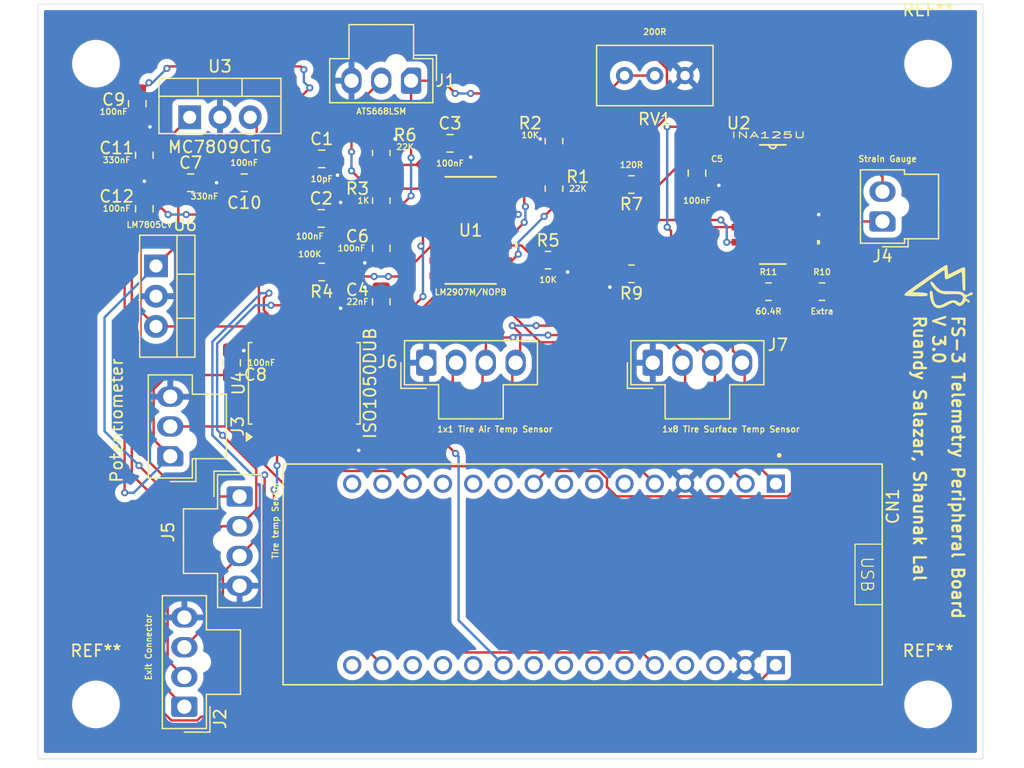
<source format=kicad_pcb>
(kicad_pcb (version 20240108) (generator "pcbnew") (generator_version "8.0")
  (title_block (title "Peripheral Board") (date "2025-02-23") (rev "2.3"))
  (layers (0 "F.Cu" signal) (31 "B.Cu" signal) (34 "B.Paste" user) (35 "F.Paste" user) (36 "B.SilkS" user "B.Silkscreen") (37 "F.SilkS" user "F.Silkscreen") (38 "B.Mask" user) (39 "F.Mask" user) (44 "Edge.Cuts" user))
  (net 0 "")
  (net 1 "Net-(J1-Pin_2)")
  (net 2 "GND")
  (net 3 "Net-(U1-IN+)")
  (net 4 "Net-(C4-Pad1)")
  (net 5 "+3V3")
  (net 6 "+5V")
  (net 7 "+12V")
  (net 8 "PA3")
  (net 9 "+9V")
  (net 10 "PB1")
  (net 17 "CANL")
  (net 18 "CANH")
  (net 19 "/Vin+")
  (net 20 "Net-(U1-TACH-)")
  (net 21 "Net-(U1-EMIT)")
  (net 22 "/Vin-")
  (net 23 "/RG2")
  (net 24 "/RG1")
  (net 31 "/VrefBG")
  (net 36 "CAN1_TX")
  (net 37 "PA2")
  (net 41 "Tire I2C SCL")
  (net 45 "Tire I2C SDA")
  (net 46 "CAN1_RX")
  (footprint "MountingHole:MountingHole_3.5mm" (layer "F.Cu") (at 213.4 83.82)
    (property "Reference" "REF**")
    (property "Value" "MountingHole_3.5mm")
  )
  (footprint "Resistor_SMD:R_0805_2012Metric_Pad1.20x1.40mm_HandSolder" (layer "F.Cu") (at 188.5 40.15 180)
    (property "Reference" "R7")
    (property "Value" "120R")
  )
  (footprint "Capacitor_SMD:C_0805_2012Metric_Pad1.18x1.45mm_HandSolder" (layer "F.Cu") (at 167.5 50 90)
    (property "Reference" "C4")
    (property "Value" "22nF")
  )
  (footprint "Resistor_SMD:R_0805_2012Metric_Pad1.20x1.40mm_HandSolder" (layer "F.Cu") (at 182 36.5 90)
    (property "Reference" "R2")
    (property "Value" "10K")
  )
  (footprint "Connector_Molex:Molex_Nano-Fit_105309-xx04_1x04_P2.50mm_Vertical" (layer "F.Cu") (at 171.276 55.118 90)
    (property "Reference" "J6")
    (property "Value" "1x1 Tire Air Temp Sensor")
  )
  (footprint "Package_TO_SOT_THT:TO-220-3_Vertical" (layer "F.Cu") (at 151.42 34.5)
    (property "Reference" "U3")
    (property "Value" "MC7809CTG")
  )
  (footprint "Molex Nanofit:Molex_Nano-Fit_105309-xx04_1x04_P2.50mm_Vertical" (layer "F.Cu") (at 155.608 66.354)
    (property "Reference" "J5")
    (property "Value" "Tire temp Sensor")
  )
  (footprint "MountingHole:MountingHole_3.5mm" (layer "F.Cu") (at 213.4 30)
    (property "Reference" "REF**")
    (property "Value" "MountingHole_3.5mm")
  )
  (footprint "Capacitor_SMD:C_0805_2012Metric_Pad1.18x1.45mm_HandSolder" (layer "F.Cu") (at 167.5 45.5 -90)
    (property "Reference" "C6")
    (property "Value" "100nF")
  )
  (footprint "Capacitor_SMD:C_0805_2012Metric_Pad1.18x1.45mm_HandSolder" (layer "F.Cu") (at 156 40 180)
    (property "Reference" "C10")
    (property "Value" "100nF")
  )
  (footprint "Molex Nanofit:Molex_Nano-Fit_105309-xx03_1x03_P2.50mm_Vertical" (layer "F.Cu") (at 149.79 62.972 180)
    (property "Reference" "J3")
    (property "Value" "Potentiometer")
  )
  (footprint "Capacitor_SMD:C_0805_2012Metric_Pad1.18x1.45mm_HandSolder" (layer "F.Cu") (at 173.2695 36.69)
    (property "Reference" "C3")
    (property "Value" "100nF")
  )
  (footprint "Capacitor_SMD:C_0805_2012Metric_Pad1.18x1.45mm_HandSolder" (layer "F.Cu") (at 147.611 42.1855 90)
    (property "Reference" "C12")
    (property "Value" "100nF")
  )
  (footprint "Resistor_SMD:R_0805_2012Metric_Pad1.20x1.40mm_HandSolder" (layer "F.Cu") (at 162.5 47.5 180)
    (property "Reference" "R4")
    (property "Value" "100K")
  )
  (footprint "Capacitor_SMD:C_0805_2012Metric_Pad1.18x1.45mm_HandSolder" (layer "F.Cu") (at 162.5 38)
    (property "Reference" "C1")
    (property "Value" "10pF")
  )
  (footprint "Resistor_SMD:R_0805_2012Metric_Pad1.20x1.40mm_HandSolder" (layer "F.Cu") (at 167.5 37.5 90)
    (property "Reference" "R6")
    (property "Value" "22K")
  )
  (footprint "Molex Nanofit:Molex_Nano-Fit_105309-xx02_1x02_P2.50mm_Vertical" (layer "F.Cu") (at 209.57 43.25 180)
    (property "Reference" "J4")
    (property "Value" "Strain Gauge")
  )
  (footprint "MountingHole:MountingHole_3.5mm" (layer "F.Cu") (at 143.55 83.82)
    (property "Reference" "REF**")
    (property "Value" "MountingHole_3.5mm")
  )
  (footprint "FS_3_Global_Footprint_Library:M14A_TEX" (layer "F.Cu") (at 175 44)
    (property "Reference" "U1")
    (property "Value" "LM2907M/NOPB")
  )
  (footprint "FS_3_Global_Footprint_Library:D16" (layer "F.Cu") (at 200.3622 41.825)
    (property "Reference" "U2")
    (property "Value" "INA125U")
  )
  (footprint "Capacitor_SMD:C_0805_2012Metric_Pad1.18x1.45mm_HandSolder" (layer "F.Cu") (at 147.611 37.6855 -90)
    (property "Reference" "C11")
    (property "Value" "330nF")
  )
  (footprint "Package_TO_SOT_THT:TO-220-3_Vertical" (layer "F.Cu") (at 148.59 46.99 -90)
    (property "Reference" "U6")
    (property "Value" "LM7805CV")
  )
  (footprint "Resistor_SMD:R_0805_2012Metric_Pad1.20x1.40mm_HandSolder" (layer "F.Cu") (at 188.5 47.65 180)
    (property "Reference" "R9")
    (property "Value" "120R")
  )
  (footprint "Package_SO:SOP-8_6.62x9.15mm_P2.54mm" (layer "F.Cu") (at 161.036 56.849 90)
    (property "Reference" "U4")
    (property "Value" "ISO1050DUB")
  )
  (footprint "Resistor_SMD:R_0805_2012Metric_Pad1.20x1.40mm_HandSolder" (layer "F.Cu") (at 182 40.5 -90)
    (property "Reference" "R1")
    (property "Value" "22K")
  )
  (footprint "Resistor_SMD:R_0805_2012Metric_Pad1.20x1.40mm_HandSolder" (layer "F.Cu") (at 204.5 49.15)
    (property "Reference" "R10")
    (property "Value" "Extra")
  )
  (footprint "1FS_2_Global_Footprint_Library:FS_Logo_4LinesTall" (layer "F.Cu") (at 214.19 48.954 -90)
    (property "Reference" "G***" (hide yes))
    (property "Value" "LOGO" (hide yes))
  )
  (footprint "Capacitor_SMD:C_0805_2012Metric_Pad1.18x1.45mm_HandSolder" (layer "F.Cu") (at 154.94 55.118 -90)
    (property "Reference" "C8")
    (property "Value" "100nF")
  )
  (footprint "Potentiometer_THT:Potentiometer_Bourns_3296W_Vertical" (layer "F.Cu") (at 187.92 31 180)
    (property "Reference" "RV1")
    (property "Value" "200R")
  )
  (footprint "Connector_Molex:Molex_Nano-Fit_105309-xx04_1x04_P2.50mm_Vertical" (layer "F.Cu") (at 190.286 55.118 90)
    (property "Reference" "J7")
    (property "Value" "1x8 Tire Surface Temp Sensor")
  )
  (footprint "Molex Nanofit:Molex_Nano-Fit_105309-xx04_1x04_P2.50mm_Vertical" (layer "F.Cu") (at 150.97 84.014 180)
    (property "Reference" "J2")
    (property "Value" "Exit Connector")
  )
  (footprint "Capacitor_SMD:C_0805_2012Metric_Pad1.18x1.45mm_HandSolder" (layer "F.Cu") (at 151.5 40)
    (property "Reference" "C7")
    (property "Value" "330nF")
  )
  (footprint "Capacitor_SMD:C_0805_2012Metric_Pad1.18x1.45mm_HandSolder" (layer "F.Cu") (at 162.4625 43)
    (property "Reference" "C2")
    (property "Value" "100nF")
  )
  (footprint "Resistor_SMD:R_0805_2012Metric_Pad1.20x1.40mm_HandSolder" (layer "F.Cu") (at 181.5 46.5)
    (property "Reference" "R5")
    (property "Value" "10K")
  )
  (footprint "Capacitor_SMD:C_0805_2012Metric_Pad1.18x1.45mm_HandSolder" (layer "F.Cu") (at 194 39.1875 -90)
    (property "Reference" "C5")
    (property "Value" "100nF")
  )
  (footprint "MountingHole:MountingHole_3.5mm" (layer "F.Cu") (at 143.55 30)
    (property "Reference" "REF**" (hide yes))
    (property "Value" "MountingHole_3.5mm")
  )
  (footprint "Resistor_SMD:R_0805_2012Metric_Pad1.20x1.40mm_HandSolder" (layer "F.Cu") (at 200 49.15)
    (property "Reference" "R11")
    (property "Value" "60.4R")
  )
  (footprint "Resistor_SMD:R_0805_2012Metric_Pad1.20x1.40mm_HandSolder" (layer "F.Cu") (at 167.5 41.5 90)
    (property "Reference" "R3")
    (property "Value" "1K")
  )
  (footprint "FS_3_Global_Footprint_Library:NUCLEO-L432KC" (layer "F.Cu") (at 184.404 72.898 -90)
    (property "Reference" "CN1")
    (property "Value" "NUCLEO-L432KC")
  )
  (footprint "Capacitor_SMD:C_0805_2012Metric_Pad1.18x1.45mm_HandSolder" (layer "F.Cu") (at 147.02 33.3637 90)
    (property "Reference" "C9")
    (property "Value" "100nF")
  )
  (footprint "Molex Nanofit:Molex_Nano-Fit_105309-xx03_1x03_P2.50mm_Vertical" (layer "F.Cu") (at 170 31.43 -90)
    (property "Reference" "J1")
    (property "Value" "ATS668LSM")
  )
  (gr_rect (start 138.684 25) (end 218 88.392) (stroke (width 0.05)) (fill none) (layer "Edge.Cuts"))
  (gr_text "FS-3 Telemetry Peripheral Board\nV 3.0\nRuandy Salazar, Shaunak Lal" (at 212.09 51.054 -90) (layer "F.SilkS") (effects (font (size 1 1) (thickness 0.2) (bold yes)) (justify left bottom)))
  (segment (start 166.5 40.5) (end 165 39) (width 0.2) (layer "F.Cu") (net 1))
  (segment (start 167.5 40.5) (end 166.5 40.5) (width 0.2) (layer "F.Cu") (net 1))
  (segment (start 161.4625 36.5375) (end 161.4625 38) (width 0.2) (layer "F.Cu") (net 1))
  (segment (start 165 34.07) (end 164.93 34) (width 0.2) (layer "F.Cu") (net 1))
  (segment (start 167.5 31.43) (end 164.93 34) (width 0.2) (layer "F.Cu") (net 1))
  (segment (start 165 37.4) (end 165 34.07) (width 0.2) (layer "F.Cu") (net 1))
  (segment (start 167.5 40.5) (end 171.9595 40.5) (width 0.2) (layer "F.Cu") (net 1))
  (segment (start 164 34) (end 161.4625 36.5375) (width 0.2) (layer "F.Cu") (net 1))
  (segment (start 171.9595 40.5) (end 172.2695 40.19) (width 0.2) (layer "F.Cu") (net 1))
  (segment (start 164.93 34) (end 164 34) (width 0.2) (layer "F.Cu") (net 1))
  (via (at 165 39) (size 0.6) (drill 0.3) (layers "F.Cu" "B.Cu") (net 1))
  (via (at 165 37.4) (size 0.6) (drill 0.3) (layers "F.Cu" "B.Cu") (net 1))
  (segment (start 165 39) (end 165 37.4) (width 0.2) (layer "B.Cu") (net 1))
  (segment (start 178.930315 42.73) (end 179 42.660315) (width 0.2) (layer "F.Cu") (net 2))
  (segment (start 202.7244 42.46) (end 204.004 42.46) (width 0.2) (layer "F.Cu") (net 2))
  (segment (start 155.956 54.102) (end 154.9615 54.102) (width 0.2) (layer "F.Cu") (net 2))
  (segment (start 166.3145 46.5375) (end 166.116 46.736) (width 0.2) (layer "F.Cu") (net 2))
  (segment (start 167.5 46.5375) (end 166.3145 46.5375) (width 0.2) (layer "F.Cu") (net 2))
  (segment (start 165 31) (end 165 31.43) (width 0.2) (layer "F.Cu") (net 2))
  (segment (start 163.5 43) (end 163.5 42.24) (width 0.2) (layer "F.Cu") (net 2))
  (segment (start 154.9615 54.102) (end 154.94 54.0805) (width 0.2) (layer "F.Cu") (net 2))
  (segment (start 174.307 37.147) (end 175.006 37.846) (width 0.2) (layer "F.Cu") (net 2))
  (segment (start 164.846 52.324) (end 164.084 51.562) (width 0.2) (layer "F.Cu") (net 2))
  (segment (start 203.5372 42.46) (end 202.7244 42.46) (width 0.2) (layer "F.Cu") (net 2))
  (segment (start 182 35.5) (end 181.67 35.5) (width 0.2) (layer "F.Cu") (net 2))
  (segment (start 163.5375 39.0775) (end 163.83 39.37) (width 0.2) (layer "F.Cu") (net 2))
  (segment (start 163.5375 42.9625) (end 163.5 43) (width 0.2) (layer "F.Cu") (net 2))
  (segment (start 181.67 35.5) (end 180.848 36.322) (width 0.2) (layer "F.Cu") (net 2))
  (segment (start 204.004 42.46) (end 204.216 42.672) (width 0.2) (layer "F.Cu") (net 2))
  (segment (start 166.3105 48.9625) (end 166.116 48.768) (width 0.2) (layer "F.Cu") (net 2))
  (segment (start 147.02 34.4012) (end 147.1772 34.4012) (width 0.2) (layer "F.Cu") (net 2))
  (segment (start 168.478 36.5) (end 168.656 36.322) (width 0.2) (layer "F.Cu") (net 2))
  (segment (start 187.5 47.65) (end 187.5 47.958) (width 0.2) (layer "F.Cu") (net 2))
  (segment (start 197.695 40.225) (end 198 39.92) (width 0.2) (layer "F.Cu") (net 2))
  (segment (start 147.611 38.723) (end 147.611 39.878) (width 0.2) (layer "F.Cu") (net 2))
  (segment (start 163.5 42.24) (end 164.084 41.656) (width 0.2) (layer "F.Cu") (net 2))
  (segment (start 147.611 39.878) (end 147.611 41.148) (width 0.2) (layer "F.Cu") (net 2))
  (segment (start 177.7305 42.73) (end 178.930315 42.73) (width 0.2) (layer "F.Cu") (net 2))
  (segment (start 167.0375 46.5375) (end 167.5 46.5375) (width 0.2) (layer "F.Cu") (net 2))
  (segment (start 147.611 41.148) (end 148.5105 41.148) (width 0.2) (layer "F.Cu") (net 2))
  (segment (start 147.1772 34.4012) (end 148.082 35.306) (width 0.2) (layer "F.Cu") (net 2))
  (segment (start 164.084 51.562) (end 164.084 50.546) (width 0.2) (layer "F.Cu") (net 2))
  (segment (start 163.5375 38) (end 163.5375 39.0775) (width 0.2) (layer "F.Cu") (net 2))
  (segment (start 153.67 40) (end 154.9625 40) (width 0.2) (layer "F.Cu") (net 2))
  (segment (start 167.5 36.5) (end 168.478 36.5) (width 0.2) (layer "F.Cu") (net 2))
  (segment (start 152.5375 40) (end 153.67 40) (width 0.2) (layer "F.Cu") (net 2))
  (segment (start 174.307 36.69) (end 174.307 37.147) (width 0.2) (layer "F.Cu") (net 2))
  (segment (start 182.5 46.5) (end 182.5 46.864) (width 0.2) (layer "F.Cu") (net 2))
  (segment (start 167.5 48.9625) (end 166.3105 48.9625) (width 0.2) (layer "F.Cu") (net 2))
  (segment (start 164.846 61.374) (end 164.846 61.722) (width 0.2) (layer "F.Cu") (net 2))
  (segment (start 182.5 46.864) (end 183.134 47.498) (width 0.2) (layer "F.Cu") (net 2))
  (segment (start 195.834 40.225) (end 197.695 40.225) (width 0.2) (layer "F.Cu") (net 2))
  (segment (start 194 40.225) (end 195.834 40.225) (width 0.2) (layer "F.Cu") (net 2))
  (segment (start 187.5 47.958) (end 186.69 48.768) (width 0.2) (layer "F.Cu") (net 2))
  (segment (start 164.846 61.722) (end 165.608 62.484) (width 0.2) (layer "F.Cu") (net 2))
  (via (at 183.134 47.498) (size 0.6) (drill 0.3) (layers "F.Cu" "B.Cu") (net 2))
  (via (at 195.834 40.225) (size 0.6) (drill 0.3) (layers "F.Cu" "B.Cu") (net 2))
  (via (at 153.67 40) (size 0.6) (drill 0.3) (layers "F.Cu" "B.Cu") (net 2))
  (via (at 175.006 37.846) (size 0.6) (drill 0.3) (layers "F.Cu" "B.Cu") (net 2))
  (via (at 147.611 39.878) (size 0.6) (drill 0.3) (layers "F.Cu" "B.Cu") (net 2))
  (via (at 164.084 50.546) (size 0.6) (drill 0.3) (layers "F.Cu" "B.Cu") (net 2))
  (via (at 186.69 48.768) (size 0.6) (drill 0.3) (layers "F.Cu" "B.Cu") (net 2))
  (via (at 148.082 35.306) (size 0.6) (drill 0.3) (layers "F.Cu" "B.Cu") (net 2))
  (via (at 168.656 36.322) (size 0.6) (drill 0.3) (layers "F.Cu" "B.Cu") (net 2))
  (via (at 204.216 42.672) (size 0.6) (drill 0.3) (layers "F.Cu" "B.Cu") (net 2))
  (via (at 164.084 41.656) (size 0.6) (drill 0.3) (layers "F.Cu" "B.Cu") (net 2))
  (via (at 155.956 54.102) (size 0.6) (drill 0.3) (layers "F.Cu" "B.Cu") (net 2))
  (via (at 179 42.660315) (size 0.6) (drill 0.3) (layers "F.Cu" "B.Cu") (net 2))
  (via (at 166.116 48.768) (size 0.6) (drill 0.3) (layers "F.Cu" "B.Cu") (net 2))
  (via (at 165.608 62.484) (size 0.6) (drill 0.3) (layers "F.Cu" "B.Cu") (net 2))
  (via (at 180.848 36.322) (size 0.6) (drill 0.3) (layers "F.Cu" "B.Cu") (net 2))
  (via (at 163.83 39.37) (size 0.6) (drill 0.3) (layers "F.Cu" "B.Cu") (net 2))
  (via (at 166.116 46.736) (size 0.6) (drill 0.3) (layers "F.Cu" "B.Cu") (net 2))
  (segment (start 172.2695 44) (end 172.2695 42.73) (width 0.2) (layer "F.Cu") (net 3))
  (segment (start 173.5 41.944) (end 172.714 42.73) (width 0.2) (layer "F.Cu") (net 3))
  (segment (start 171 39) (end 173 39) (width 0.2) (layer "F.Cu") (net 3))
  (segment (start 170.461 38.461) (end 172.232 36.69) (width 0.2) (layer "F.Cu") (net 3))
  (segment (start 172.714 42.73) (end 172.2695 42.73) (width 0.2) (layer "F.Cu") (net 3))
  (segment (start 170.461 38.461) (end 171 39) (width 0.2) (layer "F.Cu") (net 3))
  (segment (start 173.5 39.5) (end 173.5 41.944) (width 0.2) (layer "F.Cu") (net 3))
  (segment (start 167.5 38.5) (end 170.422 38.5) (width 0.2) (layer "F.Cu") (net 3))
  (segment (start 173 39) (end 173.5 39.5) (width 0.2) (layer "F.Cu") (net 3))
  (segment (start 170.422 38.5) (end 170.461 38.461) (width 0.2) (layer "F.Cu") (net 3))
  (segment (start 171 49.5625) (end 169.525 51.0375) (width 0.2) (layer "F.Cu") (net 4))
  (segment (start 171 42.5) (end 171 45.15147) (width 0.2) (layer "F.Cu") (net 4))
  (segment (start 169.525 51.0375) (end 167.5 51.0375) (width 0.2) (layer "F.Cu") (net 4))
  (segment (start 171 45.15147) (end 170.825735 45.325735) (width 0.2) (layer "F.Cu") (net 4))
  (segment (start 172.2695 41.46) (end 172.04 41.46) (width 0.2) (layer "F.Cu") (net 4))
  (segment (start 172.04 41.46) (end 171 42.5) (width 0.2) (layer "F.Cu") (net 4))
  (via (at 171 49.5625) (size 0.6) (drill 0.3) (layers "F.Cu" "B.Cu") (net 4))
  (via (at 170.825735 45.325735) (size 0.6) (drill 0.3) (layers "F.Cu" "B.Cu") (net 4))
  (segment (start 170.825735 45.325735) (end 171 45.5) (width 0.2) (layer "B.Cu") (net 4))
  (segment (start 171 45.5) (end 171 49.5625) (width 0.2) (layer "B.Cu") (net 4))
  (segment (start 191.48 30.444) (end 190.126 29.09) (width 0.2) (layer "F.Cu") (net 5))
  (segment (start 206 36.5) (end 198.88 36.5) (width 0.2) (layer "F.Cu") (net 5))
  (segment (start 194.5 38.65) (end 198 38.65) (width 0.2) (layer "F.Cu") (net 5))
  (segment (start 158.496 71.415) (end 167.599 80.518) (width 0.2) (layer "F.Cu") (net 5))
  (segment (start 209.57 43.25) (end 207.25 43.25) (width 0.2) (layer "F.Cu") (net 5))
  (segment (start 148.658956 29.09) (end 145.958 31.790956) (width 0.2) (layer "F.Cu") (net 5))
  (segment (start 194.5 38.65) (end 194 38.15) (width 0.2) (layer "F.Cu") (net 5))
  (segment (start 206 41.5) (end 206 36.5) (width 0.2) (layer "F.Cu") (net 5))
  (segment (start 189.5 40.15) (end 189.5 36.451471) (width 0.2) (layer "F.Cu") (net 5))
  (segment (start 189.5 36.451471) (end 191.48 34.471471) (width 0.2) (layer "F.Cu") (net 5))
  (segment (start 207 43) (end 207 42.5) (width 0.2) (layer "F.Cu") (net 5))
  (segment (start 158.75 62.898) (end 158.75 63.754) (width 0.2) (layer "F.Cu") (net 5))
  (segment (start 148.39 57.35) (end 149.5845 56.1555) (width 0.2) (layer "F.Cu") (net 5))
  (segment (start 207 42.5) (end 206 41.5) (width 0.2) (layer "F.Cu") (net 5))
  (segment (start 198.88 36.5) (end 198 37.38) (width 0.2) (layer "F.Cu") (net 5))
  (segment (start 190.85 40.15) (end 192.85 38.15) (width 0.2) (layer "F.Cu") (net 5))
  (segment (start 157.226 61.374) (end 158.75 62.898) (width 0.2) (layer "F.Cu") (net 5))
  (segment (start 145.958 31.790956) (end 145.958 66.04) (width 0.2) (layer "F.Cu") (net 5))
  (segment (start 189.5 40.15) (end 190.85 40.15) (width 0.2) (layer "F.Cu") (net 5))
  (segment (start 154.94 59.088) (end 157.226 61.374) (width 0.2) (layer "F.Cu") (net 5))
  (segment (start 149.79 62.972) (end 148.39 61.572) (width 0.2) (layer "F.Cu") (net 5))
  (segment (start 154.94 56.1555) (end 154.94 59.088) (width 0.2) (layer "F.Cu") (net 5))
  (segment (start 191.48 34.471471) (end 191.48 30.444) (width 0.2) (layer "F.Cu") (net 5))
  (segment (start 190.126 29.09) (end 148.658956 29.09) (width 0.2) (layer "F.Cu") (net 5))
  (segment (start 192.85 38.15) (end 194 38.15) (width 0.2) (layer "F.Cu") (net 5))
  (segment (start 198 37.38) (end 198 38.65) (width 0.2) (layer "F.Cu") (net 5))
  (segment (start 207.25 43.25) (end 207 43) (width 0.2) (layer "F.Cu") (net 5))
  (segment (start 148.39 61.572) (end 148.39 57.35) (width 0.2) (layer "F.Cu") (net 5))
  (segment (start 149.5845 56.1555) (end 154.94 56.1555) (width 0.2) (layer "F.Cu") (net 5))
  (segment (start 158.496 65.786) (end 158.496 71.415) (width 0.2) (layer "F.Cu") (net 5))
  (via (at 145.958 66.04) (size 0.6) (drill 0.3) (layers "F.Cu" "B.Cu") (net 5))
  (via (at 158.75 63.754) (size 0.6) (drill 0.3) (layers "F.Cu" "B.Cu") (net 5))
  (via (at 158.496 65.786) (size 0.6) (drill 0.3) (layers "F.Cu" "B.Cu") (net 5))
  (segment (start 146.722 66.04) (end 149.79 62.972) (width 0.2) (layer "B.Cu") (net 5))
  (segment (start 158.75 63.754) (end 158.75 65.532) (width 0.2) (layer "B.Cu") (net 5))
  (segment (start 158.75 65.532) (end 158.496 65.786) (width 0.2) (layer "B.Cu") (net 5))
  (segment (start 145.958 66.04) (end 146.722 66.04) (width 0.2) (layer "B.Cu") (net 5))
  (segment (start 167.5 42.5) (end 167.5 44.4625) (width 0.2) (layer "F.Cu") (net 6))
  (segment (start 170 31.43) (end 170 37.9) (width 0.2) (layer "F.Cu") (net 6))
  (segment (start 177.7305 46.54) (end 178.46 46.54) (width 0.2) (layer "F.Cu") (net 6))
  (segment (start 157.226 52.324) (end 157.226 43.774) (width 0.2) (layer "F.Cu") (net 6))
  (segment (start 147.29 50.77) (end 148.59 52.07) (width 0.2) (layer "F.Cu") (net 6))
  (segment (start 172.637 31.43) (end 170 31.43) (width 0.2) (layer "F.Cu") (net 6))
  (segment (start 182 42) (end 182 41.5) (width 0.2) (layer "F.Cu") (net 6))
  (segment (start 182 41.5) (end 183.5 40) (width 0.2) (layer "F.Cu") (net 6))
  (segment (start 193 54.4) (end 193 55.118) (width 0.2) (layer "F.Cu") (net 6))
  (segment (start 148.59 52.07) (end 156.972 52.07) (width 0.2) (layer "F.Cu") (net 6))
  (segment (start 149.67 30.23) (end 160.73 30.23) (width 0.2) (layer "F.Cu") (net 6))
  (segment (start 178.46 46.54) (end 179 46) (width 0.2) (layer "F.Cu") (net 6))
  (segment (start 183.5 34.5) (end 181.5 32.5) (width 0.2) (layer "F.Cu") (net 6))
  (segment (start 172.5 53.4) (end 170.35 51.25) (width 0.2) (layer "F.Cu") (net 6))
  (segment (start 157.226 43.774) (end 157.925 43.075) (width 0.2) (layer "F.Cu") (net 6))
  (segment (start 147.29 62.713824) (end 150.930176 66.354) (width 0.2) (layer "F.Cu") (net 6))
  (segment (start 147.611 43.223) (end 147.29 43.544) (width 0.2) (layer "F.Cu") (net 6))
  (segment (start 171.9375 49.5625) (end 177 49.5625) (width 0.2) (layer "F.Cu") (net 6))
  (segment (start 173.5 57) (end 173.5 55.1) (width 0.2) (layer "F.Cu") (net 6))
  (segment (start 157.925 40.894) (end 157.925 43.075) (width 0.2) (layer "F.Cu") (net 6))
  (segment (start 160.73 30.23) (end 161 30.5) (width 0.2) (layer "F.Cu") (net 6))
  (segment (start 181.174265 42.825735) (end 182 42) (width 0.2) (layer "F.Cu") (net 6))
  (segment (start 170 41.1) (end 168.6 42.5) (width 0.2) (layer "F.Cu") (net 6))
  (segment (start 161.5 32.03) (end 157.925 35.605) (width 0.2) (layer "F.Cu") (net 6))
  (segment (start 157.925 40.894) (end 158.087 41.056) (width 0.2) (layer "F.Cu") (net 6))
  (segment (start 147.29 43.544) (end 147.29 50.546) (width 0.2) (layer "F.Cu") (net 6))
  (segment (start 173.707 32.5) (end 172.637 31.43) (width 0.2) (layer "F.Cu") (net 6))
  (segment (start 166.056 41.056) (end 167.5 42.5) (width 0.2) (layer "F.Cu") (net 6))
  (segment (start 170.25 51.25) (end 171.9375 49.5625) (width 0.2) (layer "F.Cu") (net 6))
  (segment (start 183.5 40) (end 183.5 34.5) (width 0.2) (layer "F.Cu") (net 6))
  (segment (start 181.5 32.5) (end 175 32.5) (width 0.2) (layer "F.Cu") (net 6))
  (segment (start 149.5 30.4) (end 149.67 30.23) (width 0.2) (layer "F.Cu") (net 6))
  (segment (start 173.5 55.1) (end 173 54.6) (width 0.2) (layer "F.Cu") (net 6))
  (segment (start 146.6375 32.9625) (end 148 31.6) (width 0.2) (layer "F.Cu") (net 6))
  (segment (start 168.6 42.5) (end 167.5 42.5) (width 0.2) (layer "F.Cu") (net 6))
  (segment (start 147.29 50.546) (end 147.29 62.713824) (width 0.2) (layer "F.Cu") (net 6))
  (segment (start 192 53.4) (end 193 54.4) (width 0.2) (layer "F.Cu") (net 6))
  (segment (start 147.29 50.546) (end 147.29 50.77) (width 0.2) (layer "F.Cu") (net 6))
  (segment (start 177.7305 48.832) (end 177.7305 47.81) (width 0.2) (layer "F.Cu") (net 6))
  (segment (start 157.925 35.605) (end 157.925 40.894) (width 0.2) (layer "F.Cu") (net 6))
  (segment (start 193 55.118) (end 193 55.1) (width 0.2) (layer "F.Cu") (net 6))
  (segment (start 156.972 52.07) (end 157.226 52.324) (width 0.2) (layer "F.Cu") (net 6))
  (segment (start 170.35 51.25) (end 170.25 51.25) (width 0.2) (layer "F.Cu") (net 6))
  (segment (start 192 53.4) (end 180.8375 53.4) (width 0.2) (layer "F.Cu") (net 6))
  (segment (start 193 57) (end 193 55.118) (width 0.2) (layer "F.Cu") (net 6))
  (segment (start 177 49.5625) (end 177.7305 48.832) (width 0.2) (layer "F.Cu") (net 6))
  (segment (start 150.930176 66.354) (end 155.608 66.354) (width 0.2) (layer "F.Cu") (net 6))
  (segment (start 180.8375 53.4) (end 177 49.5625) (width 0.2) (layer "F.Cu") (net 6))
  (segment (start 177.7305 46.54) (end 177.7305 47.81) (width 0.2) (layer "F.Cu") (net 6))
  (segment (start 158.087 41.056) (end 166.056 41.056) (width 0.2) (layer "F.Cu") (net 6))
  (via (at 170 41.1) (size 0.6) (drill 0.3) (layers "F.Cu" "B.Cu") (net 6))
  (via (at 181.174265 42.825735) (size 0.6) (drill 0.3) (layers "F.Cu" "B.Cu") (net 6))
  (via (at 161.5 32.03) (size 0.6) (drill 0.3) (layers "F.Cu" "B.Cu") (net 6))
  (via (at 148 31.6) (size 0.6) (drill 0.3) (layers "F.Cu" "B.Cu") (net 6))
  (via (at 179 46) (size 0.6) (drill 0.3) (layers "F.Cu" "B.Cu") (net 6))
  (via (at 173.707 32.5) (size 0.6) (drill 0.3) (layers "F.Cu" "B.Cu") (net 6))
  (via (at 149.5 30.4) (size 0.6) (drill 0.3) (layers "F.Cu" "B.Cu") (net 6))
  (via (at 161 30.5) (size 0.6) (drill 0.3) (layers "F.Cu" "B.Cu") (net 6))
  (via (at 175 32.5) (size 0.6) (drill 0.3) (layers "F.Cu" "B.Cu") (net 6))
  (via (at 170 37.9) (size 0.6) (drill 0.3) (layers "F.Cu" "B.Cu") (net 6))
  (segment (start 175 32.5) (end 173.707 32.5) (width 0.2) (layer "B.Cu") (net 6))
  (segment (start 148 31.6) (end 148.3 31.6) (width 0.2) (layer "B.Cu") (net 6))
  (segment (start 179 45) (end 181.174265 42.825735) (width 0.2) (layer "B.Cu") (net 6))
  (segment (start 161 30.5) (end 161 31.53) (width 0.2) (layer "B.Cu") (net 6))
  (segment (start 148.3 31.6) (end 149.5 30.4) (width 0.2) (layer "B.Cu") (net 6))
  (segment (start 170 37.9) (end 170 41.1) (width 0.2) (layer "B.Cu") (net 6))
  (segment (start 161 31.53) (end 161.5 32.03) (width 0.2) (layer "B.Cu") (net 6))
  (segment (start 179 46) (end 179 45) (width 0.2) (layer "B.Cu") (net 6))
  (segment (start 150.4625 37.8385) (end 150.4625 40) (width 0.2) (layer "F.Cu") (net 7))
  (segment (start 149.17 82.214) (end 149.17 65.766) (width 0.2) (layer "F.Cu") (net 7))
  (segment (start 149.272 36.648) (end 150.4625 37.8385) (width 0.2) (layer "F.Cu") (net 7))
  (segment (start 150.97 84.014) (end 149.17 82.214) (width 0.2) (layer "F.Cu") (net 7))
  (segment (start 148.59 46.99) (end 150.4625 45.1175) (width 0.2) (layer "F.Cu") (net 7))
  (segment (start 149.272 36.648) (end 151.42 34.5) (width 0.2) (layer "F.Cu") (net 7))
  (segment (start 150.4625 45.1175) (end 150.4625 40) (width 0.2) (layer "F.Cu") (net 7))
  (segment (start 147.611 36.648) (end 149.272 36.648) (width 0.2) (layer "F.Cu") (net 7))
  (segment (start 149.17 65.766) (end 147.158 63.754) (width 0.2) (layer "F.Cu") (net 7))
  (via (at 147.158 63.754) (size 0.6) (drill 0.3) (layers "F.Cu" "B.Cu") (net 7))
  (segment (start 144.272 60.868) (end 144.272 51.308) (width 0.2) (layer "B.Cu") (net 7))
  (segment (start 144.272 51.308) (end 148.59 46.99) (width 0.2) (layer "B.Cu") (net 7))
  (segment (start 147.158 63.754) (end 144.272 60.868) (width 0.2) (layer "B.Cu") (net 7))
  (segment (start 169.672 58.674) (end 173.736 62.738) (width 0.2) (layer "F.Cu") (net 8))
  (segment (start 161.5 47.5) (end 161.886529 47.5) (width 0.2) (layer "F.Cu") (net 8))
  (segment (start 161.886529 47.5) (end 169.672 55.285471) (width 0.2) (layer "F.Cu") (net 8))
  (segment (start 161.425 43) (end 161.425 47.425) (width 0.2) (layer "F.Cu") (net 8))
  (segment (start 169.672 55.285471) (end 169.672 58.674) (width 0.2) (layer "F.Cu") (net 8))
  (segment (start 161.425 47.425) (end 161.5 47.5) (width 0.2) (layer "F.Cu") (net 8))
  (via (at 173.736 62.738) (size 0.6) (drill 0.3) (layers "F.Cu" "B.Cu") (net 8))
  (segment (start 173.99 76.749) (end 177.759 80.518) (width 0.2) (layer "B.Cu") (net 8))
  (segment (start 173.736 62.738) (end 173.99 62.992) (width 0.2) (layer "B.Cu") (net 8))
  (segment (start 173.99 62.992) (end 173.99 76.749) (width 0.2) (layer "B.Cu") (net 8))
  (segment (start 154.3655 42.672) (end 157.0375 40) (width 0.2) (layer "F.Cu") (net 9))
  (segment (start 148.77 66.728) (end 148.77 84.048744) (width 0.2) (layer "F.Cu") (net 9))
  (segment (start 149.606 42.672) (end 149.098 42.164) (width 0.2) (layer "F.Cu") (net 9))
  (segment (start 151.13 42.672) (end 154.3655 42.672) (width 0.2) (layer "F.Cu") (net 9))
  (segment (start 147.072756 42.164) (end 146.558 42.678756) (width 0.2) (layer "F.Cu") (net 9))
  (segment (start 149.885256 85.164) (end 152.054744 85.164) (width 0.2) (layer "F.Cu") (net 9))
  (segment (start 154.76 85.164) (end 195.973 85.164) (width 0.2) (layer "F.Cu") (net 9))
  (segment (start 195.973 85.164) (end 200.619 80.518) (width 0.2) (layer "F.Cu") (net 9))
  (segment (start 157.0375 40) (end 157.0375 35.0375) (width 0.2) (layer "F.Cu") (net 9))
  (segment (start 154.444744 84.848744) (end 154.76 85.164) (width 0.2) (layer "F.Cu") (net 9))
  (segment (start 148.77 84.048744) (end 149.885256 85.164) (width 0.2) (layer "F.Cu") (net 9))
  (segment (start 149.098 42.164) (end 147.072756 42.164) (width 0.2) (layer "F.Cu") (net 9))
  (segment (start 157.0375 35.0375) (end 156.5 34.5) (width 0.2) (layer "F.Cu") (net 9))
  (segment (start 152.054744 85.164) (end 152.37 84.848744) (width 0.2) (layer "F.Cu") (net 9))
  (segment (start 152.37 84.848744) (end 154.444744 84.848744) (width 0.2) (layer "F.Cu") (net 9))
  (segment (start 146.558 42.678756) (end 146.558 64.516) (width 0.2) (layer "F.Cu") (net 9))
  (segment (start 146.558 64.516) (end 148.77 66.728) (width 0.2) (layer "F.Cu") (net 9))
  (via (at 151.13 42.672) (size 0.6) (drill 0.3) (layers "F.Cu" "B.Cu") (net 9))
  (via (at 149.606 42.672) (size 0.6) (drill 0.3) (layers "F.Cu" "B.Cu") (net 9))
  (segment (start 149.606 42.672) (end 151.13 42.672) (width 0.2) (layer "B.Cu") (net 9))
  (segment (start 180.299 65.278) (end 181.364 64.213) (width 0.2) (layer "F.Cu") (net 10))
  (segment (start 204.258 45) (end 202.7244 45) (width 0.2) (layer "F.Cu") (net 10))
  (segment (start 185.820138 64.213) (end 186.444 64.836862) (width 0.2) (layer "F.Cu") (net 10))
  (segment (start 181.364 64.213) (end 185.820138 64.213) (width 0.2) (layer "F.Cu") (net 10))
  (segment (start 201.627 66.343) (end 206.4 61.57) (width 0.2) (layer "F.Cu") (net 10))
  (segment (start 187.247 66.343) (end 201.627 66.343) (width 0.2) (layer "F.Cu") (net 10))
  (segment (start 186.444 65.54) (end 187.247 66.343) (width 0.2) (layer "F.Cu") (net 10))
  (segment (start 206.4 47.142) (end 204.258 45) (width 0.2) (layer "F.Cu") (net 10))
  (segment (start 186.444 64.836862) (end 186.444 65.54) (width 0.2) (layer "F.Cu") (net 10))
  (segment (start 202.7244 43.73) (end 202.7244 45) (width 0.2) (layer "F.Cu") (net 10))
  (segment (start 206.4 61.57) (end 206.4 47.142) (width 0.2) (layer "F.Cu") (net 10))
  (segment (start 150.97 81.514) (end 149.57 80.114) (width 0.2) (layer "F.Cu") (net 17))
  (segment (start 157.008 67.454) (end 157.008 64.044) (width 0.2) (layer "F.Cu") (net 17))
  (segment (start 155.608 68.854) (end 157.008 67.454) (width 0.2) (layer "F.Cu") (net 17))
  (segment (start 158.242 50.292) (end 160.274 50.292) (width 0.2) (layer "F.Cu") (net 17))
  (segment (start 149.57 73.387786) (end 154.103786 68.854) (width 0.2) (layer "F.Cu") (net 17))
  (segment (start 160.274 50.292) (end 162.306 52.324) (width 0.2) (layer "F.Cu") (net 17))
  (segment (start 157.008 64.044) (end 154.178 61.214) (width 0.2) (layer "F.Cu") (net 17))
  (segment (start 154.103786 68.854) (end 155.608 68.854) (width 0.2) (layer "F.Cu") (net 17))
  (segment (start 149.57 80.114) (end 149.57 73.387786) (width 0.2) (layer "F.Cu") (net 17))
  (via (at 158.242 50.292) (size 0.6) (drill 0.3) (layers "F.Cu" "B.Cu") (net 17))
  (via (at 154.178 61.214) (size 0.6) (drill 0.3) (layers "F.Cu" "B.Cu") (net 17))
  (segment (start 153.724 60.76) (end 153.724 53.517157) (width 0.2) (layer "B.Cu") (net 17))
  (segment (start 154.178 61.214) (end 153.724 60.76) (width 0.2) (layer "B.Cu") (net 17))
  (segment (start 156.949157 50.292) (end 158.242 50.292) (width 0.2) (layer "B.Cu") (net 17))
  (segment (start 153.724 53.517157) (end 156.949157 50.292) (width 0.2) (layer "B.Cu") (net 17))
  (segment (start 155.608 71.354) (end 157.709947 69.252053) (width 0.2) (layer "F.Cu") (net 18))
  (segment (start 154.984346 71.354) (end 155.608 71.354) (width 0.2) (layer "F.Cu") (net 18))
  (segment (start 157.642 49.708529) (end 157.642 50.708) (width 0.2) (layer "F.Cu") (net 18))
  (segment (start 157.709947 69.252053) (end 157.709947 64.540053) (width 0.2) (layer "F.Cu") (net 18))
  (segment (start 158.074529 49.276) (end 157.642 49.708529) (width 0.2) (layer "F.Cu") (net 18))
  (segment (start 159.258 52.324) (end 159.766 52.324) (width 0.2) (layer "F.Cu") (net 18))
  (segment (start 157.642 50.708) (end 159.258 52.324) (width 0.2) (layer "F.Cu") (net 18))
  (segment (start 150.97 79.014) (end 154.208 75.776) (width 0.2) (layer "F.Cu") (net 18))
  (segment (start 154.208 72.754) (end 155.608 71.354) (width 0.2) (layer "F.Cu") (net 18))
  (segment (start 154.208 75.776) (end 154.208 72.754) (width 0.2) (layer "F.Cu") (net 18))
  (via (at 158.074529 49.276) (size 0.6) (drill 0.3) (layers "F.Cu" "B.Cu") (net 18))
  (via (at 157.709947 64.540053) (size 0.6) (drill 0.3) (layers "F.Cu" "B.Cu") (net 18))
  (segment (start 157.709947 64.540053) (end 156.655524 64.540053) (width 0.2) (layer "B.Cu") (net 18))
  (segment (start 156.655524 64.540053) (end 153.324 61.208529) (width 0.2) (layer "B.Cu") (net 18))
  (segment (start 153.324 53.351471) (end 157.399471 49.276) (width 0.2) (layer "B.Cu") (net 18))
  (segment (start 153.324 61.208529) (end 153.324 53.351471) (width 0.2) (layer "B.Cu") (net 18))
  (segment (start 157.399471 49.276) (end 158.074529 49.276) (width 0.2) (layer "B.Cu") (net 18))
  (segment (start 209.57 39.504315) (end 209.57 40.75) (width 0.2) (layer "F.Cu") (net 19))
  (segment (start 198 43.73) (end 193.42 43.73) (width 0.2) (layer "F.Cu") (net 19))
  (segment (start 191.5 35.3) (end 205.365685 35.3) (width 0.2) (layer "F.Cu") (net 19))
  (segment (start 205.365685 35.3) (end 209.57 39.504315) (width 0.2) (layer "F.Cu") (net 19))
  (segment (start 193.42 43.73) (end 191.825 45.325) (width 0.2) (layer "F.Cu") (net 19))
  (segment (start 191.825 45.325) (end 189.5 47.65) (width 0.2) (layer "F.Cu") (net 19))
  (segment (start 191.825 44.055) (end 191.5 43.73) (width 0.2) (layer "F.Cu") (net 19))
  (segment (start 191.825 45.325) (end 191.825 44.055) (width 0.2) (layer "F.Cu") (net 19))
  (via (at 191.5 35.3) (size 0.6) (drill 0.3) (layers "F.Cu" "B.Cu") (net 19))
  (via (at 191.5 43.73) (size 0.6) (drill 0.3) (layers "F.Cu" "B.Cu") (net 19))
  (segment (start 191.5 43.73) (end 191.5 35.3) (width 0.2) (layer "B.Cu") (net 19))
  (segment (start 179.5 43.33) (end 178.83 44) (width 0.2) (layer "F.Cu") (net 20))
  (segment (start 178.83 44) (end 177.7305 44) (width 0.2) (layer "F.Cu") (net 20))
  (segment (start 182 37.5) (end 182 39.5) (width 0.2) (layer "F.Cu") (net 20))
  (segment (start 179.5 41.9) (end 179.6 42) (width 0.2) (layer "F.Cu") (net 20))
  (segment (start 182 39.5) (end 180 39.5) (width 0.2) (layer "F.Cu") (net 20))
  (segment (start 180 39.5) (end 179.5 40) (width 0.2) (layer "F.Cu") (net 20))
  (segment (start 179.5 40) (end 179.5 41.9) (width 0.2) (layer "F.Cu") (net 20))
  (via (at 179.5 43.33) (size 0.6) (drill 0.3) (layers "F.Cu" "B.Cu") (net 20))
  (via (at 179.6 42) (size 0.6) (drill 0.3) (layers "F.Cu" "B.Cu") (net 20))
  (segment (start 179.6 42) (end 179.6 43.23) (width 0.2) (layer "B.Cu") (net 20))
  (segment (start 179.6 43.23) (end 179.5 43.33) (width 0.2) (layer "B.Cu") (net 20))
  (segment (start 164.375 47.875) (end 166.9 47.875) (width 0.2) (layer "F.Cu") (net 21))
  (segment (start 164 47.5) (end 164.375 47.875) (width 0.2) (layer "F.Cu") (net 21))
  (segment (start 172.2695 45.27) (end 177.7305 45.27) (width 0.2) (layer "F.Cu") (net 21))
  (segment (start 163.5 47.5) (end 164 47.5) (width 0.2) (layer "F.Cu") (net 21))
  (segment (start 168.1 47.875) (end 169.125 47.875) (width 0.2) (layer "F.Cu") (net 21))
  (segment (start 180.5 46.5) (end 179.27 45.27) (width 0.2) (layer "F.Cu") (net 21))
  (segment (start 179.27 45.27) (end 177.7305 45.27) (width 0.2) (layer "F.Cu") (net 21))
  (segment (start 171.73 45.27) (end 172.2695 45.27) (width 0.2) (layer "F.Cu") (net 21))
  (segment (start 169.125 47.875) (end 171.73 45.27) (width 0.2) (layer "F.Cu") (net 21))
  (via (at 168.1 47.875) (size 0.6) (drill 0.3) (layers "F.Cu" "B.Cu") (net 21))
  (via (at 166.9 47.875) (size 0.6) (drill 0.3) (layers "F.Cu" "B.Cu") (net 21))
  (segment (start 166.9 47.875) (end 168.1 47.875) (width 0.2) (layer "B.Cu") (net 21))
  (segment (start 185.4 33.52) (end 187.92 31) (width 0.2) (layer "F.Cu") (net 22))
  (segment (start 187.5 40.15) (end 185.751471 40.15) (width 0.2) (layer "F.Cu") (net 22))
  (segment (start 185.4 39.798529) (end 185.4 33.52) (width 0.2) (layer "F.Cu") (net 22))
  (segment (start 190.48 43.13) (end 187.5 40.15) (width 0.2) (layer "F.Cu") (net 22))
  (segment (start 187.92 31) (end 190.46 31) (width 0.2) (layer "F.Cu") (net 22))
  (segment (start 185.751471 40.15) (end 185.4 39.798529) (width 0.2) (layer "F.Cu") (net 22))
  (segment (start 198 45) (end 196.5 45) (width 0.2) (layer "F.Cu") (net 22))
  (segment (start 196 43.13) (end 190.48 43.13) (width 0.2) (layer "F.Cu") (net 22))
  (via (at 196 43.13) (size 0.6) (drill 0.3) (layers "F.Cu" "B.Cu") (net 22))
  (via (at 196.5 45) (size 0.6) (drill 0.3) (layers "F.Cu" "B.Cu") (net 22))
  (segment (start 196.5 43.63) (end 196 43.13) (width 0.2) (layer "B.Cu") (net 22))
  (segment (start 196.5 45) (end 196.5 43.63) (width 0.2) (layer "B.Cu") (net 22))
  (segment (start 202.7244 46.27) (end 202.7244 47.4256) (width 0.2) (layer "F.Cu") (net 23))
  (segment (start 201 49.15) (end 202.7244 47.4256) (width 0.2) (layer "F.Cu") (net 23))
  (segment (start 202.7244 47.4256) (end 203.7756 47.4256) (width 0.2) (layer "F.Cu") (net 23))
  (segment (start 203.7756 47.4256) (end 205.5 49.15) (width 0.2) (layer "F.Cu") (net 23))
  (segment (start 198 48.15) (end 199 49.15) (width 0.2) (layer "F.Cu") (net 24))
  (segment (start 202.15 50.5) (end 203.5 49.15) (width 0.2) (layer "F.Cu") (net 24))
  (segment (start 199 49.5) (end 200 50.5) (width 0.2) (layer "F.Cu") (net 24))
  (segment (start 199 49.15) (end 199 49.5) (width 0.2) (layer "F.Cu") (net 24))
  (segment (start 198 46.27) (end 198 48.15) (width 0.2) (layer "F.Cu") (net 24))
  (segment (start 200 50.5) (end 202.15 50.5) (width 0.2) (layer "F.Cu") (net 24))
  (segment (start 198 42.46) (end 198 41.19) (width 0.2) (layer "F.Cu") (net 31))
  (segment (start 198 41.19) (end 202.7244 41.19) (width 0.2) (layer "F.Cu") (net 31))
  (segment (start 188.994 63.813) (end 190.459 65.278) (width 0.2) (layer "F.Cu") (net 36))
  (segment (start 164.745 63.813) (end 188.994 63.813) (width 0.2) (layer "F.Cu") (net 36))
  (segment (start 162.306 61.374) (end 164.745 63.813) (width 0.2) (layer "F.Cu") (net 36))
  (segment (start 189.394 79.453) (end 190.459 80.518) (width 0.2) (layer "F.Cu") (net 37))
  (segment (start 173.471424 79.453) (end 189.394 79.453) (width 0.2) (layer "F.Cu") (net 37))
  (segment (start 154.490424 60.472) (end 173.471424 79.453) (width 0.2) (layer "F.Cu") (net 37))
  (segment (start 149.79 60.472) (end 154.490424 60.472) (width 0.2) (layer "F.Cu") (net 37))
  (segment (start 198 57) (end 198 62.659) (width 0.2) (layer "F.Cu") (net 41))
  (segment (start 195.6 52) (end 197 53.4) (width 0.2) (layer "F.Cu") (net 41))
  (segment (start 178.5 54.6) (end 178.5 57) (width 0.2) (layer "F.Cu") (net 41))
  (segment (start 179.162 54.732) (end 178.776 55.118) (width 0.2) (layer "F.Cu") (net 41))
  (segment (start 178.5 52) (end 179.162 52.662) (width 0.2) (layer "F.Cu") (net 41))
  (segment (start 198 55.1) (end 198 57) (width 0.2) (layer "F.Cu") (net 41))
  (segment (start 180.5 52) (end 195.6 52) (width 0.2) (layer "F.Cu") (net 41))
  (segment (start 197 54.1) (end 198 55.1) (width 0.2) (layer "F.Cu") (net 41))
  (segment (start 179.162 52.662) (end 179.162 54.732) (width 0.2) (layer "F.Cu") (net 41))
  (segment (start 198 62.659) (end 200.619 65.278) (width 0.2) (layer "F.Cu") (net 41))
  (segment (start 197 53.4) (end 197 54.1) (width 0.2) (layer "F.Cu") (net 41))
  (via (at 180.5 52) (size 0.6) (drill 0.3) (layers "F.Cu" "B.Cu") (net 41))
  (via (at 178.5 52) (size 0.6) (drill 0.3) (layers "F.Cu" "B.Cu") (net 41))
  (segment (start 180.5 52) (end 178.5 52) (width 0.2) (layer "B.Cu") (net 41))
  (segment (start 195.5 57) (end 195.5 62.699) (width 0.2) (layer "F.Cu") (net 45))
  (segment (start 195.5 62.699) (end 198.079 65.278) (width 0.2) (layer "F.Cu") (net 45))
  (segment (start 193.2 52.8) (end 195.5 55.1) (width 0.2) (layer "F.Cu") (net 45))
  (segment (start 178.562 53) (end 176.4 53) (width 0.2) (layer "F.Cu") (net 45))
  (segment (start 176.4 53) (end 176.276 53.124) (width 0.2) (layer "F.Cu") (net 45))
  (segment (start 176.276 53.124) (end 176.276 55.118) (width 0.2) (layer "F.Cu") (net 45))
  (segment (start 193.2 52.8) (end 181.5 52.8) (width 0.2) (layer "F.Cu") (net 45))
  (segment (start 195.5 57) (end 195.5 55.1) (width 0.2) (layer "F.Cu") (net 45))
  (segment (start 176 54.6) (end 176 57) (width 0.2) (layer "F.Cu") (net 45))
  (via (at 181.5 52.8) (size 0.6) (drill 0.3) (layers "F.Cu" "B.Cu") (net 45))
  (via (at 178.562 53) (size 0.6) (drill 0.3) (layers "F.Cu" "B.Cu") (net 45))
  (segment (start 178.762 52.8) (end 181.5 52.8) (width 0.2) (layer "B.Cu") (net 45))
  (segment (start 178.562 53) (end 178.762 52.8) (width 0.2) (layer "B.Cu") (net 45))
  (segment (start 162.605 64.213) (end 169.074 64.213) (width 0.2) (layer "F.Cu") (net 46))
  (segment (start 159.766 61.374) (end 162.605 64.213) (width 0.2) (layer "F.Cu") (net 46))
  (segment (start 169.074 64.213) (end 170.139 65.278) (width 0.2) (layer "F.Cu") (net 46))
  (zone (net 2) (net_name "GND") (layer "B.Cu") (connect_pads (clearance 0.5)) (min_thickness 0.25) (fill yes (thermal_gap 0.5) (thermal_bridge_width 0.5))
    (polygon (pts (xy 138.684 25) (xy 138.684 88.392) (xy 217.932 88.392) (xy 217.932 25)))
  )
)
</source>
